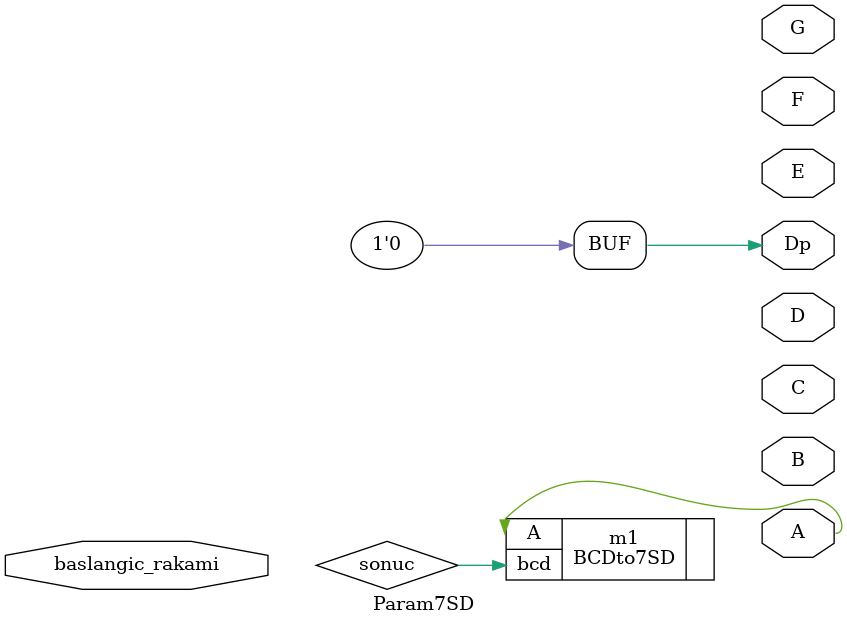
<source format=v>
`timescale 1ns / 1ps


module Param7SD #(parameter EKSILECEK_SAYI= 0)(
    input[3:0] baslangic_rakami,
    output reg A, B, C, D, E, F, G,
    output Dp
    );
    
    assign Dp= 0;
    
    reg sonuc;
    
    always@*begin
        
    end
    
    BCDto7SD m1(.bcd(sonuc), .A(A), ); 
endmodule

</source>
